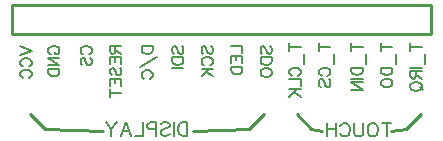
<source format=gbo>
G04 Layer: BottomSilkscreenLayer*
G04 EasyEDA v6.5.47, 2024-09-27 13:25:38*
G04 cb8a5c33274e4434a5d5d060cedbf222,e87ba6ffdfb0417d91de07616a749205,10*
G04 Gerber Generator version 0.2*
G04 Scale: 100 percent, Rotated: No, Reflected: No *
G04 Dimensions in millimeters *
G04 leading zeros omitted , absolute positions ,4 integer and 5 decimal *
%FSLAX45Y45*%
%MOMM*%

%ADD10C,0.2032*%
%ADD11C,0.2540*%

%LPD*%
D10*
X4179999Y-1086797D02*
G01*
X4179999Y-1201351D01*
X4218099Y-1086797D02*
G01*
X4141899Y-1086797D01*
X4073065Y-1086797D02*
G01*
X4083984Y-1092385D01*
X4094909Y-1103307D01*
X4100243Y-1114229D01*
X4105831Y-1130485D01*
X4105831Y-1157917D01*
X4100243Y-1174173D01*
X4094909Y-1185095D01*
X4083984Y-1196017D01*
X4073065Y-1201351D01*
X4051218Y-1201351D01*
X4040299Y-1196017D01*
X4029377Y-1185095D01*
X4024043Y-1174173D01*
X4018452Y-1157917D01*
X4018452Y-1130485D01*
X4024043Y-1114229D01*
X4029377Y-1103307D01*
X4040299Y-1092385D01*
X4051218Y-1086797D01*
X4073065Y-1086797D01*
X3982384Y-1086797D02*
G01*
X3982384Y-1168839D01*
X3977050Y-1185095D01*
X3966131Y-1196017D01*
X3949875Y-1201351D01*
X3938950Y-1201351D01*
X3922443Y-1196017D01*
X3911518Y-1185095D01*
X3906184Y-1168839D01*
X3906184Y-1086797D01*
X3788331Y-1114229D02*
G01*
X3793665Y-1103307D01*
X3804584Y-1092385D01*
X3815509Y-1086797D01*
X3837350Y-1086797D01*
X3848275Y-1092385D01*
X3859197Y-1103307D01*
X3864785Y-1114229D01*
X3870119Y-1130485D01*
X3870119Y-1157917D01*
X3864785Y-1174173D01*
X3859197Y-1185095D01*
X3848275Y-1196017D01*
X3837350Y-1201351D01*
X3815509Y-1201351D01*
X3804584Y-1196017D01*
X3793665Y-1185095D01*
X3788331Y-1174173D01*
X3752263Y-1086797D02*
G01*
X3752263Y-1201351D01*
X3676063Y-1086797D02*
G01*
X3676063Y-1201351D01*
X3752263Y-1141407D02*
G01*
X3676063Y-1141407D01*
X1335704Y-505815D02*
G01*
X1326560Y-501243D01*
X1317416Y-492099D01*
X1313098Y-482955D01*
X1313098Y-464921D01*
X1317416Y-455777D01*
X1326560Y-446633D01*
X1335704Y-442061D01*
X1349420Y-437489D01*
X1372026Y-437489D01*
X1385742Y-442061D01*
X1394886Y-446633D01*
X1404030Y-455777D01*
X1408348Y-464921D01*
X1408348Y-482955D01*
X1404030Y-492099D01*
X1394886Y-501243D01*
X1385742Y-505815D01*
X1372026Y-505815D01*
X1372026Y-482955D02*
G01*
X1372026Y-505815D01*
X1313098Y-535787D02*
G01*
X1408348Y-535787D01*
X1313098Y-535787D02*
G01*
X1408348Y-599287D01*
X1313098Y-599287D02*
G01*
X1408348Y-599287D01*
X1313098Y-629513D02*
G01*
X1408348Y-629513D01*
X1313098Y-629513D02*
G01*
X1313098Y-661263D01*
X1317416Y-674979D01*
X1326560Y-683869D01*
X1335704Y-688441D01*
X1349420Y-693013D01*
X1372026Y-693013D01*
X1385742Y-688441D01*
X1394886Y-683869D01*
X1404030Y-674979D01*
X1408348Y-661263D01*
X1408348Y-629513D01*
X1610451Y-505815D02*
G01*
X1601307Y-501243D01*
X1592417Y-492099D01*
X1587845Y-482955D01*
X1587845Y-464921D01*
X1592417Y-455777D01*
X1601307Y-446633D01*
X1610451Y-442061D01*
X1624167Y-437489D01*
X1646773Y-437489D01*
X1660489Y-442061D01*
X1669633Y-446633D01*
X1678777Y-455777D01*
X1683349Y-464921D01*
X1683349Y-482955D01*
X1678777Y-492099D01*
X1669633Y-501243D01*
X1660489Y-505815D01*
X1601307Y-599287D02*
G01*
X1592417Y-590143D01*
X1587845Y-576681D01*
X1587845Y-558393D01*
X1592417Y-544931D01*
X1601307Y-535787D01*
X1610451Y-535787D01*
X1619595Y-540359D01*
X1624167Y-544931D01*
X1628739Y-553821D01*
X1637883Y-581253D01*
X1642455Y-590143D01*
X1646773Y-594715D01*
X1655917Y-599287D01*
X1669633Y-599287D01*
X1678777Y-590143D01*
X1683349Y-576681D01*
X1683349Y-558393D01*
X1678777Y-544931D01*
X1669633Y-535787D01*
X1078727Y-437565D02*
G01*
X1174231Y-473887D01*
X1078727Y-510209D02*
G01*
X1174231Y-473887D01*
X1101587Y-608507D02*
G01*
X1092443Y-603935D01*
X1083299Y-594791D01*
X1078727Y-585647D01*
X1078727Y-567359D01*
X1083299Y-558469D01*
X1092443Y-549325D01*
X1101587Y-544753D01*
X1115049Y-540181D01*
X1137909Y-540181D01*
X1151625Y-544753D01*
X1160515Y-549325D01*
X1169659Y-558469D01*
X1174231Y-567359D01*
X1174231Y-585647D01*
X1169659Y-594791D01*
X1160515Y-603935D01*
X1151625Y-608507D01*
X1101587Y-706551D02*
G01*
X1092443Y-701979D01*
X1083299Y-692835D01*
X1078727Y-683945D01*
X1078727Y-665657D01*
X1083299Y-656513D01*
X1092443Y-647369D01*
X1101587Y-643051D01*
X1115049Y-638479D01*
X1137909Y-638479D01*
X1151625Y-643051D01*
X1160515Y-647369D01*
X1169659Y-656513D01*
X1174231Y-665657D01*
X1174231Y-683945D01*
X1169659Y-692835D01*
X1160515Y-701979D01*
X1151625Y-706551D01*
X1837839Y-437489D02*
G01*
X1933343Y-437489D01*
X1837839Y-437489D02*
G01*
X1837839Y-478383D01*
X1842411Y-492099D01*
X1846983Y-496671D01*
X1856127Y-500989D01*
X1865017Y-500989D01*
X1874161Y-496671D01*
X1878733Y-492099D01*
X1883305Y-478383D01*
X1883305Y-437489D01*
X1883305Y-469239D02*
G01*
X1933343Y-500989D01*
X1837839Y-531215D02*
G01*
X1933343Y-531215D01*
X1837839Y-531215D02*
G01*
X1837839Y-590143D01*
X1883305Y-531215D02*
G01*
X1883305Y-567537D01*
X1933343Y-531215D02*
G01*
X1933343Y-590143D01*
X1851555Y-683869D02*
G01*
X1842411Y-674725D01*
X1837839Y-661009D01*
X1837839Y-642975D01*
X1842411Y-629259D01*
X1851555Y-620115D01*
X1860699Y-620115D01*
X1869589Y-624687D01*
X1874161Y-629259D01*
X1878733Y-638403D01*
X1887877Y-665581D01*
X1892449Y-674725D01*
X1897021Y-679297D01*
X1906165Y-683869D01*
X1919627Y-683869D01*
X1928771Y-674725D01*
X1933343Y-661009D01*
X1933343Y-642975D01*
X1928771Y-629259D01*
X1919627Y-620115D01*
X1837839Y-713841D02*
G01*
X1933343Y-713841D01*
X1837839Y-713841D02*
G01*
X1837839Y-773023D01*
X1883305Y-713841D02*
G01*
X1883305Y-750163D01*
X1933343Y-713841D02*
G01*
X1933343Y-773023D01*
X1837839Y-834745D02*
G01*
X1933343Y-834745D01*
X1837839Y-802995D02*
G01*
X1837839Y-866495D01*
X2106091Y-437484D02*
G01*
X2201595Y-437484D01*
X2106091Y-437484D02*
G01*
X2106091Y-469234D01*
X2110663Y-482950D01*
X2119807Y-491840D01*
X2128949Y-496412D01*
X2142413Y-500984D01*
X2165273Y-500984D01*
X2178989Y-496412D01*
X2187879Y-491840D01*
X2197023Y-482950D01*
X2201595Y-469234D01*
X2201595Y-437484D01*
X2088057Y-612744D02*
G01*
X2233345Y-530956D01*
X2128949Y-711042D02*
G01*
X2119807Y-706470D01*
X2110663Y-697326D01*
X2106091Y-688436D01*
X2106091Y-670148D01*
X2110663Y-661004D01*
X2119807Y-651860D01*
X2128949Y-647288D01*
X2142413Y-642970D01*
X2165273Y-642970D01*
X2178989Y-647288D01*
X2187879Y-651860D01*
X2197023Y-661004D01*
X2201595Y-670148D01*
X2201595Y-688436D01*
X2197023Y-697326D01*
X2187879Y-706470D01*
X2178989Y-711042D01*
X2376550Y-501238D02*
G01*
X2367406Y-492094D01*
X2363088Y-478378D01*
X2363088Y-460344D01*
X2367406Y-446628D01*
X2376550Y-437484D01*
X2385692Y-437484D01*
X2394838Y-442056D01*
X2399408Y-446628D01*
X2403983Y-455772D01*
X2412872Y-482950D01*
X2417442Y-492094D01*
X2422016Y-496666D01*
X2431158Y-501238D01*
X2444874Y-501238D01*
X2454020Y-492094D01*
X2458338Y-478378D01*
X2458338Y-460344D01*
X2454020Y-446628D01*
X2444874Y-437484D01*
X2363088Y-531210D02*
G01*
X2458338Y-531210D01*
X2363088Y-531210D02*
G01*
X2363088Y-562960D01*
X2367406Y-576676D01*
X2376550Y-585820D01*
X2385692Y-590392D01*
X2399408Y-594964D01*
X2422016Y-594964D01*
X2435733Y-590392D01*
X2444874Y-585820D01*
X2454020Y-576676D01*
X2458338Y-562960D01*
X2458338Y-531210D01*
X2363088Y-624936D02*
G01*
X2458338Y-624936D01*
X2626558Y-501241D02*
G01*
X2617416Y-492097D01*
X2612844Y-478381D01*
X2612844Y-460347D01*
X2617416Y-446631D01*
X2626558Y-437487D01*
X2635450Y-437487D01*
X2644594Y-442059D01*
X2649166Y-446631D01*
X2653738Y-455775D01*
X2662882Y-482953D01*
X2667454Y-492097D01*
X2672024Y-496669D01*
X2680916Y-501241D01*
X2694632Y-501241D01*
X2703774Y-492097D01*
X2708348Y-478381D01*
X2708348Y-460347D01*
X2703774Y-446631D01*
X2694632Y-437487D01*
X2635450Y-599285D02*
G01*
X2626558Y-594713D01*
X2617416Y-585823D01*
X2612844Y-576679D01*
X2612844Y-558391D01*
X2617416Y-549247D01*
X2626558Y-540357D01*
X2635450Y-535785D01*
X2649166Y-531213D01*
X2672024Y-531213D01*
X2685488Y-535785D01*
X2694632Y-540357D01*
X2703774Y-549247D01*
X2708348Y-558391D01*
X2708348Y-576679D01*
X2703774Y-585823D01*
X2694632Y-594713D01*
X2685488Y-599285D01*
X2612844Y-629257D02*
G01*
X2708348Y-629257D01*
X2612844Y-693011D02*
G01*
X2676598Y-629257D01*
X2653738Y-652117D02*
G01*
X2708348Y-693011D01*
X2862839Y-437484D02*
G01*
X2958343Y-437484D01*
X2958343Y-437484D02*
G01*
X2958343Y-492094D01*
X2862839Y-522066D02*
G01*
X2958343Y-522066D01*
X2862839Y-522066D02*
G01*
X2862839Y-581248D01*
X2908305Y-522066D02*
G01*
X2908305Y-558388D01*
X2958343Y-522066D02*
G01*
X2958343Y-581248D01*
X2862839Y-611220D02*
G01*
X2958343Y-611220D01*
X2862839Y-611220D02*
G01*
X2862839Y-642970D01*
X2867411Y-656686D01*
X2876555Y-665576D01*
X2885696Y-670148D01*
X2899161Y-674720D01*
X2922021Y-674720D01*
X2935737Y-670148D01*
X2944627Y-665576D01*
X2953771Y-656686D01*
X2958343Y-642970D01*
X2958343Y-611220D01*
X3126552Y-501241D02*
G01*
X3117410Y-492097D01*
X3112838Y-478381D01*
X3112838Y-460347D01*
X3117410Y-446631D01*
X3126552Y-437487D01*
X3135698Y-437487D01*
X3144842Y-442059D01*
X3149160Y-446631D01*
X3153732Y-455775D01*
X3162876Y-482953D01*
X3167448Y-492097D01*
X3172018Y-496669D01*
X3181164Y-501241D01*
X3194626Y-501241D01*
X3203768Y-492097D01*
X3208342Y-478381D01*
X3208342Y-460347D01*
X3203768Y-446631D01*
X3194626Y-437487D01*
X3112838Y-531213D02*
G01*
X3208342Y-531213D01*
X3112838Y-531213D02*
G01*
X3112838Y-562963D01*
X3117410Y-576679D01*
X3126552Y-585569D01*
X3135698Y-590141D01*
X3149160Y-594713D01*
X3172018Y-594713D01*
X3185734Y-590141D01*
X3194626Y-585569D01*
X3203768Y-576679D01*
X3208342Y-562963D01*
X3208342Y-531213D01*
X3112838Y-652117D02*
G01*
X3117410Y-642973D01*
X3126552Y-633829D01*
X3135698Y-629257D01*
X3149160Y-624685D01*
X3172018Y-624685D01*
X3185734Y-629257D01*
X3194626Y-633829D01*
X3203768Y-642973D01*
X3208342Y-652117D01*
X3208342Y-670151D01*
X3203768Y-679295D01*
X3194626Y-688439D01*
X3185734Y-693011D01*
X3172018Y-697583D01*
X3149160Y-697583D01*
X3135698Y-693011D01*
X3126552Y-688439D01*
X3117410Y-679295D01*
X3112838Y-670151D01*
X3112838Y-652117D01*
X3356094Y-444238D02*
G01*
X3451344Y-444238D01*
X3356094Y-412488D02*
G01*
X3356094Y-476242D01*
X3483348Y-506214D02*
G01*
X3483348Y-588002D01*
X3378700Y-686046D02*
G01*
X3369553Y-681474D01*
X3360412Y-672584D01*
X3356094Y-663440D01*
X3356094Y-645152D01*
X3360412Y-636262D01*
X3369553Y-627118D01*
X3378700Y-622546D01*
X3392416Y-617974D01*
X3415019Y-617974D01*
X3428735Y-622546D01*
X3437882Y-627118D01*
X3446769Y-636262D01*
X3451344Y-645152D01*
X3451344Y-663440D01*
X3446769Y-672584D01*
X3437882Y-681474D01*
X3428735Y-686046D01*
X3356094Y-716018D02*
G01*
X3451344Y-716018D01*
X3451344Y-716018D02*
G01*
X3451344Y-770628D01*
X3356094Y-800600D02*
G01*
X3451344Y-800600D01*
X3356094Y-864354D02*
G01*
X3419594Y-800600D01*
X3396985Y-823460D02*
G01*
X3451344Y-864354D01*
X3606091Y-444238D02*
G01*
X3701592Y-444238D01*
X3606091Y-412488D02*
G01*
X3606091Y-475988D01*
X3733342Y-505960D02*
G01*
X3733342Y-588002D01*
X3628697Y-686046D02*
G01*
X3619807Y-681474D01*
X3610663Y-672330D01*
X3606091Y-663440D01*
X3606091Y-645152D01*
X3610663Y-636008D01*
X3619807Y-627118D01*
X3628697Y-622546D01*
X3642413Y-617974D01*
X3665019Y-617974D01*
X3678735Y-622546D01*
X3687879Y-627118D01*
X3697023Y-636008D01*
X3701592Y-645152D01*
X3701592Y-663440D01*
X3697023Y-672330D01*
X3687879Y-681474D01*
X3678735Y-686046D01*
X3619807Y-779772D02*
G01*
X3610663Y-770628D01*
X3606091Y-756912D01*
X3606091Y-738878D01*
X3610663Y-725162D01*
X3619807Y-716018D01*
X3628697Y-716018D01*
X3637841Y-720590D01*
X3642413Y-725162D01*
X3646985Y-734306D01*
X3656129Y-761484D01*
X3660701Y-770628D01*
X3665019Y-775200D01*
X3674163Y-779772D01*
X3687879Y-779772D01*
X3697023Y-770628D01*
X3701592Y-756912D01*
X3701592Y-738878D01*
X3697023Y-725162D01*
X3687879Y-716018D01*
X3881086Y-444235D02*
G01*
X3976590Y-444235D01*
X3881086Y-412485D02*
G01*
X3881086Y-475985D01*
X4008340Y-505957D02*
G01*
X4008340Y-587745D01*
X3881086Y-617717D02*
G01*
X3976590Y-617717D01*
X3881086Y-617717D02*
G01*
X3881086Y-649721D01*
X3885658Y-663183D01*
X3894802Y-672327D01*
X3903946Y-676899D01*
X3917408Y-681471D01*
X3940268Y-681471D01*
X3953730Y-676899D01*
X3962874Y-672327D01*
X3972018Y-663183D01*
X3976590Y-649721D01*
X3976590Y-617717D01*
X3881086Y-711443D02*
G01*
X3976590Y-711443D01*
X3881086Y-741415D02*
G01*
X3976590Y-741415D01*
X3881086Y-741415D02*
G01*
X3976590Y-805169D01*
X3881086Y-805169D02*
G01*
X3976590Y-805169D01*
X4131089Y-444238D02*
G01*
X4226593Y-444238D01*
X4131089Y-412488D02*
G01*
X4131089Y-475988D01*
X4258343Y-506214D02*
G01*
X4258343Y-588002D01*
X4131089Y-617974D02*
G01*
X4226593Y-617974D01*
X4131089Y-617974D02*
G01*
X4131089Y-649724D01*
X4135661Y-663440D01*
X4144805Y-672584D01*
X4153695Y-676902D01*
X4167411Y-681474D01*
X4190268Y-681474D01*
X4203733Y-676902D01*
X4212877Y-672584D01*
X4222018Y-663440D01*
X4226593Y-649724D01*
X4226593Y-617974D01*
X4131089Y-738878D02*
G01*
X4135661Y-729734D01*
X4144805Y-720590D01*
X4153695Y-716018D01*
X4167411Y-711446D01*
X4190268Y-711446D01*
X4203733Y-716018D01*
X4212877Y-720590D01*
X4222018Y-729734D01*
X4226593Y-738878D01*
X4226593Y-756912D01*
X4222018Y-766056D01*
X4212877Y-775200D01*
X4203733Y-779772D01*
X4190268Y-784344D01*
X4167411Y-784344D01*
X4153695Y-779772D01*
X4144805Y-775200D01*
X4135661Y-766056D01*
X4131089Y-756912D01*
X4131089Y-738878D01*
X4381088Y-444238D02*
G01*
X4476592Y-444238D01*
X4381088Y-412488D02*
G01*
X4381088Y-475988D01*
X4508342Y-505960D02*
G01*
X4508342Y-587748D01*
X4381088Y-617974D02*
G01*
X4476592Y-617974D01*
X4381088Y-647946D02*
G01*
X4476592Y-647946D01*
X4381088Y-647946D02*
G01*
X4381088Y-688840D01*
X4385660Y-702302D01*
X4390232Y-706874D01*
X4399376Y-711446D01*
X4408520Y-711446D01*
X4417410Y-706874D01*
X4421982Y-702302D01*
X4426554Y-688840D01*
X4426554Y-647946D01*
X4426554Y-679696D02*
G01*
X4476592Y-711446D01*
X4381088Y-768850D02*
G01*
X4385660Y-759706D01*
X4394804Y-750562D01*
X4403948Y-745990D01*
X4417410Y-741418D01*
X4440270Y-741418D01*
X4453986Y-745990D01*
X4462876Y-750562D01*
X4472020Y-759706D01*
X4476592Y-768850D01*
X4476592Y-786884D01*
X4472020Y-796028D01*
X4462876Y-805172D01*
X4453986Y-809744D01*
X4440270Y-814316D01*
X4417410Y-814316D01*
X4403948Y-809744D01*
X4394804Y-805172D01*
X4385660Y-796028D01*
X4381088Y-786884D01*
X4381088Y-768850D01*
X4458304Y-782312D02*
G01*
X4485736Y-809744D01*
X2490939Y-1081999D02*
G01*
X2490939Y-1196553D01*
X2490939Y-1081999D02*
G01*
X2452839Y-1081999D01*
X2436329Y-1087587D01*
X2425407Y-1098509D01*
X2420073Y-1109431D01*
X2414483Y-1125687D01*
X2414483Y-1152865D01*
X2420073Y-1169375D01*
X2425407Y-1180297D01*
X2436329Y-1191219D01*
X2452839Y-1196553D01*
X2490939Y-1196553D01*
X2378671Y-1081999D02*
G01*
X2378671Y-1196553D01*
X2266149Y-1098509D02*
G01*
X2277071Y-1087587D01*
X2293581Y-1081999D01*
X2315425Y-1081999D01*
X2331681Y-1087587D01*
X2342601Y-1098509D01*
X2342601Y-1109431D01*
X2337015Y-1120353D01*
X2331681Y-1125687D01*
X2320759Y-1131275D01*
X2287993Y-1141943D01*
X2277071Y-1147531D01*
X2271737Y-1152865D01*
X2266149Y-1163787D01*
X2266149Y-1180297D01*
X2277071Y-1191219D01*
X2293581Y-1196553D01*
X2315425Y-1196553D01*
X2331681Y-1191219D01*
X2342601Y-1180297D01*
X2230333Y-1081999D02*
G01*
X2230333Y-1196553D01*
X2230333Y-1081999D02*
G01*
X2181059Y-1081999D01*
X2164801Y-1087587D01*
X2159215Y-1092921D01*
X2153881Y-1103843D01*
X2153881Y-1120353D01*
X2159215Y-1131275D01*
X2164801Y-1136609D01*
X2181059Y-1141943D01*
X2230333Y-1141943D01*
X2117813Y-1081999D02*
G01*
X2117813Y-1196553D01*
X2117813Y-1196553D02*
G01*
X2052281Y-1196553D01*
X1972779Y-1081999D02*
G01*
X2016465Y-1196553D01*
X1972779Y-1081999D02*
G01*
X1929091Y-1196553D01*
X1999957Y-1158453D02*
G01*
X1945599Y-1158453D01*
X1893023Y-1081999D02*
G01*
X1849589Y-1136609D01*
X1849589Y-1196553D01*
X1805901Y-1081999D02*
G01*
X1849589Y-1136609D01*
D11*
X4468108Y-1011826D02*
G01*
X4343143Y-1136792D01*
X4218139Y-1152357D01*
X3418067Y-1011826D02*
G01*
X3543043Y-1136792D01*
X3633939Y-1152357D01*
X3137623Y-1013673D02*
G01*
X3012655Y-1138641D01*
X2541739Y-1152357D01*
X1158450Y-1013673D02*
G01*
X1283428Y-1138641D01*
X1779739Y-1152357D01*
X1008344Y-87492D02*
G01*
X1008344Y-337492D01*
X4558347Y-337492D02*
G01*
X1008344Y-337492D01*
X4558428Y-337609D02*
G01*
X4558347Y-87492D01*
X1008344Y-87492D01*
M02*

</source>
